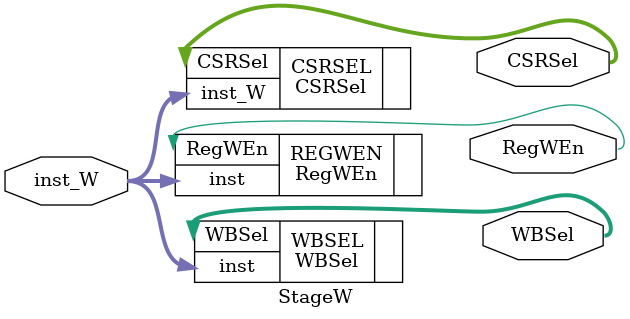
<source format=v>
/*
Module:
    Write Stage (StageW)

Description:
    Determines the control logic bits for RegWEn, WBSel, CSRSel

Input:
    inst_W: 32-bit instruction in the W stage.

Outputs:
   WBSel : 2-bit signal to determine which data to be written into a register.
   RegWEn: 1-bit signal to determine if data should be written to the RegFile.
   CSRSel: 2-bit signal to determine if data should be written to CSR.

Authors:
    Matthew Dharmawan and Reuben Koshy Thomas
*/

module StageW (
    input [31:0] inst_W,
    output [1:0] WBSel,
    output RegWEn,
    output [1:0] CSRSel
);

WBSel WBSEL (
    .inst(inst_W),
    .WBSel(WBSel)
);

RegWEn REGWEN (
    .inst(inst_W),
    .RegWEn(RegWEn)
);

CSRSel CSRSEL (
    .inst_W(inst_W),
    .CSRSel(CSRSel)
);

endmodule
</source>
